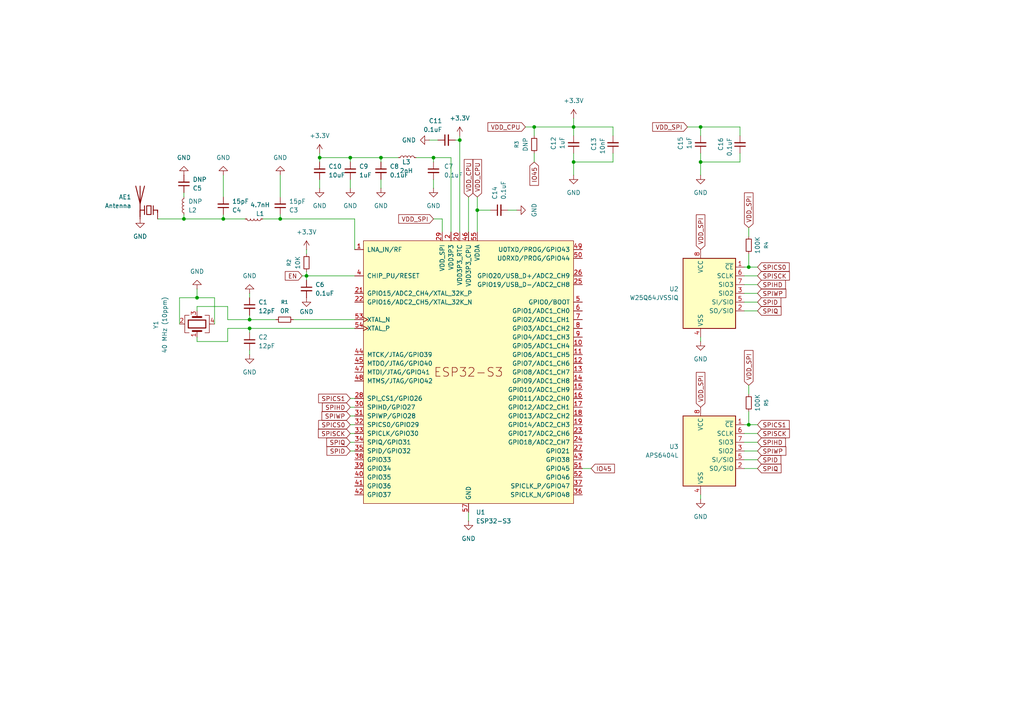
<source format=kicad_sch>
(kicad_sch (version 20250114) (generator "eeschema") (generator_version "9.0")
  (paper "A4")
  (lib_symbols
    (symbol "Device:Antenna_Chip" (pin_numbers (hide yes)) (pin_names (offset 1.016) (hide yes))
      (property "Reference" "AE" (at 0 5.08 0))
      (property "Value" "Antenna_Chip" (at 0 3.175 0))
      (symbol "Antenna_Chip_0_1"
        (polyline (pts (xy -2.54 0) (xy -2.54 -0.635)) (stroke (width 0.254)))
        (polyline (pts (xy -2.54 0) (xy -1.27 0)) (stroke (width 0.254)))
        (polyline (pts (xy -1.27 1.27) (xy -1.27 -1.27) (xy -1.27 0)) (stroke (width 0.254)))
        (polyline (pts (xy -0.635 1.27) (xy 0.635 1.27) (xy 0.635 -1.27) (xy -0.635 -1.27) (xy -0.635 1.27)) (stroke (width 0.254)))
        (polyline (pts (xy 1.27 1.27) (xy 1.27 -1.27)) (stroke (width 0.254)))
        (polyline (pts (xy 1.27 0) (xy 2.54 0)) (stroke (width 0.254)))
        (polyline (pts (xy 2.54 6.985) (xy 2.54 -1.905)) (stroke (width 0.254)))
        (polyline (pts (xy 2.54 -0.635) (xy 2.54 0)))
        (polyline (pts (xy 3.81 6.985) (xy 2.54 1.905) (xy 1.27 6.985)) (stroke (width 0.254)))
      )
      (symbol "Antenna_Chip_1_1"
        (pin input line (at -2.54 -2.54 90) (length 2.54) (name "FEED") (number "1"))
        (pin passive line (at 2.54 -2.54 90) (length 2.54) (name "PCB_Trace") (number "2"))
      )
    )
    (symbol "Device:C_Small" (pin_numbers (hide yes)) (pin_names (offset 0.254) (hide yes))
      (property "Reference" "C" (at 0.254 1.778 0))
      (property "Value" "C_Small" (at 0.254 -2.032 0))
      (symbol "C_Small_0_1"
        (polyline (pts (xy -1.524 0.508) (xy 1.524 0.508)) (stroke (width 0.3048)))
        (polyline (pts (xy -1.524 -0.508) (xy 1.524 -0.508)) (stroke (width 0.3302)))
      )
      (symbol "C_Small_1_1"
        (pin passive line (at 0 2.54 270) (length 2.032) (name "~") (number "1"))
        (pin passive line (at 0 -2.54 90) (length 2.032) (name "~") (number "2"))
      )
    )
    (symbol "Device:Crystal_GND24" (pin_names (offset 1.016) (hide yes))
      (property "Reference" "Y" (at 3.175 5.08 0))
      (property "Value" "Crystal_GND24" (at 3.175 3.175 0))
      (symbol "Crystal_GND24_0_1"
        (polyline (pts (xy -2.54 2.286) (xy -2.54 3.556) (xy 2.54 3.556) (xy 2.54 2.286)))
        (polyline (pts (xy -2.54 0) (xy -2.032 0)))
        (polyline (pts (xy -2.54 -2.286) (xy -2.54 -3.556) (xy 2.54 -3.556) (xy 2.54 -2.286)))
        (polyline (pts (xy -2.032 -1.27) (xy -2.032 1.27)) (stroke (width 0.508)))
        (rectangle (start -1.143 2.54) (end 1.143 -2.54) (stroke (width 0.3048)))
        (polyline (pts (xy 0 3.556) (xy 0 3.81)))
        (polyline (pts (xy 0 -3.81) (xy 0 -3.556)))
        (polyline (pts (xy 2.032 0) (xy 2.54 0)))
        (polyline (pts (xy 2.032 -1.27) (xy 2.032 1.27)) (stroke (width 0.508)))
      )
      (symbol "Crystal_GND24_1_1"
        (pin passive line (at -3.81 0 0) (length 1.27) (name "1") (number "1"))
        (pin passive line (at 0 5.08 270) (length 1.27) (name "2") (number "2"))
        (pin passive line (at 0 -5.08 90) (length 1.27) (name "4") (number "4"))
        (pin passive line (at 3.81 0 180) (length 1.27) (name "3") (number "3"))
      )
    )
    (symbol "Device:L_Small" (pin_numbers (hide yes)) (pin_names (offset 0.254) (hide yes))
      (property "Reference" "L" (at 0.762 1.016 0))
      (property "Value" "L_Small" (at 0.762 -1.016 0))
      (symbol "L_Small_0_1"
        (arc (start 0 2.032) (mid 0.5058 1.524) (end 0 1.016))
        (arc (start 0 1.016) (mid 0.5058 0.508) (end 0 0))
        (arc (start 0 0) (mid 0.5058 -0.508) (end 0 -1.016))
        (arc (start 0 -1.016) (mid 0.5058 -1.524) (end 0 -2.032))
      )
      (symbol "L_Small_1_1"
        (pin passive line (at 0 2.54 270) (length 0.508) (name "~") (number "1"))
        (pin passive line (at 0 -2.54 90) (length 0.508) (name "~") (number "2"))
      )
    )
    (symbol "Device:R_Small" (pin_numbers (hide yes)) (pin_names (offset 0.254) (hide yes))
      (property "Reference" "R" (at 0 0 90))
      (property "Value" "R_Small" (at 1.778 0 90))
      (symbol "R_Small_0_1"
        (rectangle (start -0.762 1.778) (end 0.762 -1.778) (stroke (width 0.2032)))
      )
      (symbol "R_Small_1_1"
        (pin passive line (at 0 2.54 270) (length 0.762) (name "~") (number "1"))
        (pin passive line (at 0 -2.54 90) (length 0.762) (name "~") (number "2"))
      )
    )
    (symbol "Memory_RAM:ESP-PSRAM32"
      (property "Reference" "U" (at 3.81 11.43 0))
      (property "Value" "ESP-PSRAM32" (at -1.27 -11.43 0))
      (symbol "ESP-PSRAM32_0_1"
        (rectangle (start -7.62 10.16) (end 7.62 -10.16) (stroke (width 0.254)) (fill (type background)))
      )
      (symbol "ESP-PSRAM32_1_1"
        (pin power_in line (at -2.54 12.7 270) (length 2.54) (name "VCC") (number "8"))
        (pin power_in line (at -2.54 -12.7 90) (length 2.54) (name "VSS") (number "4"))
        (pin input line (at 10.16 7.62 180) (length 2.54) (name "~{CE}") (number "1"))
        (pin output line (at 10.16 5.08 180) (length 2.54) (name "SCLK") (number "6"))
        (pin bidirectional line (at 10.16 2.54 180) (length 2.54) (name "SIO3") (number "7"))
        (pin bidirectional line (at 10.16 0 180) (length 2.54) (name "SIO2") (number "3"))
        (pin input line (at 10.16 -2.54 180) (length 2.54) (name "SI/SIO") (number "5"))
        (pin output line (at 10.16 -5.08 180) (length 2.54) (name "SO/SIO") (number "2"))
      )
    )
    (symbol "PCM_Espressif:ESP32-S3" (pin_names (offset 1.016))
      (property "Reference" "U" (at -30.48 43.18 0))
      (property "Value" "ESP32-S3" (at -30.48 40.64 0))
      (symbol "ESP32-S3_0_0"
        (text "ESP32-S3" (at 0 0 0) (effects (font (size 2.54 2.54))))
        (pin bidirectional line (at 33.02 -33.02 180) (length 2.54) (name "SPICLK_P/GPIO47") (number "37"))
        (pin bidirectional line (at 33.02 -35.56 180) (length 2.54) (name "SPICLK_N/GPIO48") (number "36"))
      )
      (symbol "ESP32-S3_0_1"
        (rectangle (start -30.48 38.1) (end 30.48 -38.1) (fill (type background)))
      )
      (symbol "ESP32-S3_1_1"
        (pin bidirectional line (at -33.02 35.56 0) (length 2.54) (name "LNA_IN/RF") (number "1"))
        (pin input line (at -33.02 27.94 0) (length 2.54) (name "CHIP_PU/RESET") (number "4"))
        (pin bidirectional line (at -33.02 22.86 0) (length 2.54) (name "GPIO15/ADC2_CH4/XTAL_32K_P") (number "21"))
        (pin bidirectional line (at -33.02 20.32 0) (length 2.54) (name "GPIO16/ADC2_CH5/XTAL_32K_N") (number "22"))
        (pin input clock (at -33.02 15.24 0) (length 2.54) (name "XTAL_N") (number "53"))
        (pin output clock (at -33.02 12.7 0) (length 2.54) (name "XTAL_P") (number "54"))
        (pin bidirectional line (at -33.02 5.08 0) (length 2.54) (name "MTCK/JTAG/GPIO39") (number "44"))
        (pin bidirectional line (at -33.02 2.54 0) (length 2.54) (name "MTDO/JTAG/GPIO40") (number "45"))
        (pin bidirectional line (at -33.02 0 0) (length 2.54) (name "MTDI/JTAG/GPIO41") (number "47"))
        (pin bidirectional line (at -33.02 -2.54 0) (length 2.54) (name "MTMS/JTAG/GPIO42") (number "48"))
        (pin bidirectional line (at -33.02 -7.62 0) (length 2.54) (name "SPI_CS1/GPIO26") (number "28"))
        (pin bidirectional line (at -33.02 -10.16 0) (length 2.54) (name "SPIHD/GPIO27") (number "30"))
        (pin bidirectional line (at -33.02 -12.7 0) (length 2.54) (name "SPIWP/GPIO28") (number "31"))
        (pin bidirectional line (at -33.02 -15.24 0) (length 2.54) (name "SPICS0/GPIO29") (number "32"))
        (pin bidirectional line (at -33.02 -17.78 0) (length 2.54) (name "SPICLK/GPIO30") (number "33"))
        (pin bidirectional line (at -33.02 -20.32 0) (length 2.54) (name "SPIQ/GPIO31") (number "34"))
        (pin bidirectional line (at -33.02 -22.86 0) (length 2.54) (name "SPID/GPIO32") (number "35"))
        (pin bidirectional line (at -33.02 -25.4 0) (length 2.54) (name "GPIO33") (number "38"))
        (pin bidirectional line (at -33.02 -27.94 0) (length 2.54) (name "GPIO34") (number "39"))
        (pin bidirectional line (at -33.02 -30.48 0) (length 2.54) (name "GPIO35") (number "40"))
        (pin bidirectional line (at -33.02 -33.02 0) (length 2.54) (name "GPIO36") (number "41"))
        (pin bidirectional line (at -33.02 -35.56 0) (length 2.54) (name "GPIO37") (number "42"))
        (pin power_out line (at -7.62 40.64 270) (length 2.54) (name "VDD_SPI") (number "29"))
        (pin power_in line (at -5.08 40.64 270) (length 2.54) (name "VDD3P3") (number "2"))
        (pin power_in line (at -5.08 40.64 270) (length 2.54) (hide yes) (name "VDD3P3") (number "3"))
        (pin power_in line (at -2.54 40.64 270) (length 2.54) (name "VDD3P3_RTC") (number "20"))
        (pin power_in line (at 0 40.64 270) (length 2.54) (name "VDD3P3_CPU") (number "46"))
        (pin power_in line (at 0 -40.64 90) (length 2.54) (name "GND") (number "57"))
        (pin power_in line (at 2.54 40.64 270) (length 2.54) (name "VDDA") (number "55"))
        (pin passive line (at 2.54 40.64 270) (length 2.54) (hide yes) (name "VDDA") (number "56"))
        (pin bidirectional line (at 33.02 35.56 180) (length 2.54) (name "U0TXD/PROG/GPIO43") (number "49"))
        (pin bidirectional line (at 33.02 33.02 180) (length 2.54) (name "U0RXD/PROG/GPIO44") (number "50"))
        (pin bidirectional line (at 33.02 27.94 180) (length 2.54) (name "GPIO20/USB_D+/ADC2_CH9") (number "26"))
        (pin bidirectional line (at 33.02 25.4 180) (length 2.54) (name "GPIO19/USB_D-/ADC2_CH8") (number "25"))
        (pin bidirectional line (at 33.02 20.32 180) (length 2.54) (name "GPIO0/BOOT") (number "5"))
        (pin bidirectional line (at 33.02 17.78 180) (length 2.54) (name "GPIO1/ADC1_CH0") (number "6"))
        (pin bidirectional line (at 33.02 15.24 180) (length 2.54) (name "GPIO2/ADC1_CH1") (number "7"))
        (pin bidirectional line (at 33.02 12.7 180) (length 2.54) (name "GPIO3/ADC1_CH2") (number "8"))
        (pin bidirectional line (at 33.02 10.16 180) (length 2.54) (name "GPIO4/ADC1_CH3") (number "9"))
        (pin bidirectional line (at 33.02 7.62 180) (length 2.54) (name "GPIO5/ADC1_CH4") (number "10"))
        (pin bidirectional line (at 33.02 5.08 180) (length 2.54) (name "GPIO6/ADC1_CH5") (number "11"))
        (pin bidirectional line (at 33.02 2.54 180) (length 2.54) (name "GPIO7/ADC1_CH6") (number "12"))
        (pin bidirectional line (at 33.02 0 180) (length 2.54) (name "GPIO8/ADC1_CH7") (number "13"))
        (pin bidirectional line (at 33.02 -2.54 180) (length 2.54) (name "GPIO9/ADC1_CH8") (number "14"))
        (pin bidirectional line (at 33.02 -5.08 180) (length 2.54) (name "GPIO10/ADC1_CH9") (number "15"))
        (pin bidirectional line (at 33.02 -7.62 180) (length 2.54) (name "GPIO11/ADC2_CH0") (number "16"))
        (pin bidirectional line (at 33.02 -10.16 180) (length 2.54) (name "GPIO12/ADC2_CH1") (number "17"))
        (pin bidirectional line (at 33.02 -12.7 180) (length 2.54) (name "GPIO13/ADC2_CH2") (number "18"))
        (pin bidirectional line (at 33.02 -15.24 180) (length 2.54) (name "GPIO14/ADC2_CH3") (number "19"))
        (pin bidirectional line (at 33.02 -17.78 180) (length 2.54) (name "GPIO17/ADC2_CH6") (number "23"))
        (pin bidirectional line (at 33.02 -20.32 180) (length 2.54) (name "GPIO18/ADC2_CH7") (number "24"))
        (pin bidirectional line (at 33.02 -22.86 180) (length 2.54) (name "GPIO21") (number "27"))
        (pin bidirectional line (at 33.02 -25.4 180) (length 2.54) (name "GPIO38") (number "43"))
        (pin bidirectional line (at 33.02 -27.94 180) (length 2.54) (name "GPIO45") (number "51"))
        (pin bidirectional line (at 33.02 -30.48 180) (length 2.54) (name "GPIO46") (number "52"))
      )
    )
    (symbol "power:+3.3V" (power) (pin_numbers (hide yes)) (pin_names (offset 0) (hide yes))
      (property "Value" "+3.3V" (at 0 3.556 0))
      (symbol "+3.3V_0_1"
        (polyline (pts (xy -0.762 1.27) (xy 0 2.54)))
        (polyline (pts (xy 0 2.54) (xy 0.762 1.27)))
        (polyline (pts (xy 0 0) (xy 0 2.54)))
      )
      (symbol "+3.3V_1_1"
        (pin power_in line (at 0 0 90) (length 0) (name "~") (number "1"))
      )
    )
    (symbol "power:GND" (power) (pin_numbers (hide yes)) (pin_names (offset 0) (hide yes))
      (property "Value" "GND" (at 0 -3.81 0))
      (symbol "GND_0_1"
        (polyline (pts (xy 0 0) (xy 0 -1.27) (xy 1.27 -1.27) (xy 0 -2.54) (xy -1.27 -1.27) (xy 0 -1.27)))
      )
      (symbol "GND_1_1"
        (pin power_in line (at 0 0 270) (length 0) (name "~") (number "1"))
      )
    )
  )
  (junction (at 88.9 80.01))
  (junction (at 72.39 95.25))
  (junction (at 203.2 36.83))
  (junction (at 217.17 123.19))
  (junction (at 101.6 45.72))
  (junction (at 166.37 46.99))
  (junction (at 72.39 92.71))
  (junction (at 166.37 36.83))
  (junction (at 53.34 63.5))
  (junction (at 217.17 77.47))
  (junction (at 92.71 45.72))
  (junction (at 81.28 63.5))
  (junction (at 57.15 86.36))
  (junction (at 64.77 63.5))
  (junction (at 133.35 40.64))
  (junction (at 125.73 45.72))
  (junction (at 110.49 45.72))
  (junction (at 203.2 46.99))
  (junction (at 154.94 36.83))
  (junction (at 138.43 60.96))
  (wire (pts (xy 72.39 95.25) (xy 72.39 96.52)))
  (wire (pts (xy 128.27 67.31) (xy 128.27 63.5)))
  (wire (pts (xy 101.6 130.81) (xy 102.87 130.81)))
  (wire (pts (xy 219.71 77.47) (xy 217.17 77.47)))
  (wire (pts (xy 219.71 90.17) (xy 215.9 90.17)))
  (wire (pts (xy 217.17 119.38) (xy 217.17 123.19)))
  (wire (pts (xy 92.71 52.07) (xy 92.71 54.61)))
  (wire (pts (xy 219.71 87.63) (xy 215.9 87.63)))
  (wire (pts (xy 101.6 45.72) (xy 101.6 46.99)))
  (wire (pts (xy 101.6 45.72) (xy 110.49 45.72)))
  (wire (pts (xy 81.28 62.23) (xy 81.28 63.5)))
  (wire (pts (xy 72.39 95.25) (xy 102.87 95.25)))
  (wire (pts (xy 135.89 57.15) (xy 135.89 67.31)))
  (wire (pts (xy 199.39 36.83) (xy 203.2 36.83)))
  (wire (pts (xy 87.63 80.01) (xy 88.9 80.01)))
  (wire (pts (xy 217.17 73.66) (xy 217.17 77.47)))
  (wire (pts (xy 85.09 92.71) (xy 102.87 92.71)))
  (wire (pts (xy 66.04 95.25) (xy 72.39 95.25)))
  (wire (pts (xy 154.94 36.83) (xy 166.37 36.83)))
  (wire (pts (xy 203.2 44.45) (xy 203.2 46.99)))
  (wire (pts (xy 203.2 97.79) (xy 203.2 99.06)))
  (wire (pts (xy 135.89 148.59) (xy 135.89 151.13)))
  (wire (pts (xy 64.77 57.15) (xy 64.77 50.8)))
  (wire (pts (xy 124.46 40.64) (xy 127 40.64)))
  (wire (pts (xy 130.81 67.31) (xy 130.81 45.72)))
  (wire (pts (xy 219.71 135.89) (xy 215.9 135.89)))
  (wire (pts (xy 171.45 135.89) (xy 168.91 135.89)))
  (wire (pts (xy 53.34 63.5) (xy 64.77 63.5)))
  (wire (pts (xy 125.73 52.07) (xy 125.73 54.61)))
  (wire (pts (xy 133.35 40.64) (xy 132.08 40.64)))
  (wire (pts (xy 101.6 118.11) (xy 102.87 118.11)))
  (wire (pts (xy 62.23 86.36) (xy 62.23 93.98)))
  (wire (pts (xy 203.2 46.99) (xy 203.2 50.8)))
  (wire (pts (xy 154.94 44.45) (xy 154.94 46.99)))
  (wire (pts (xy 88.9 72.39) (xy 88.9 73.66)))
  (wire (pts (xy 217.17 77.47) (xy 215.9 77.47)))
  (wire (pts (xy 214.63 46.99) (xy 214.63 44.45)))
  (wire (pts (xy 203.2 39.37) (xy 203.2 36.83)))
  (wire (pts (xy 166.37 44.45) (xy 166.37 46.99)))
  (wire (pts (xy 219.71 85.09) (xy 215.9 85.09)))
  (wire (pts (xy 203.2 143.51) (xy 203.2 144.78)))
  (wire (pts (xy 219.71 123.19) (xy 217.17 123.19)))
  (wire (pts (xy 154.94 39.37) (xy 154.94 36.83)))
  (wire (pts (xy 57.15 83.82) (xy 57.15 86.36)))
  (wire (pts (xy 52.07 93.98) (xy 52.07 86.36)))
  (wire (pts (xy 214.63 36.83) (xy 214.63 39.37)))
  (wire (pts (xy 81.28 63.5) (xy 76.2 63.5)))
  (wire (pts (xy 110.49 45.72) (xy 115.57 45.72)))
  (wire (pts (xy 128.27 63.5) (xy 125.73 63.5)))
  (wire (pts (xy 166.37 46.99) (xy 177.8 46.99)))
  (wire (pts (xy 57.15 88.9) (xy 66.04 88.9)))
  (wire (pts (xy 101.6 128.27) (xy 102.87 128.27)))
  (wire (pts (xy 101.6 115.57) (xy 102.87 115.57)))
  (wire (pts (xy 72.39 85.09) (xy 72.39 86.36)))
  (wire (pts (xy 81.28 57.15) (xy 81.28 50.8)))
  (wire (pts (xy 57.15 99.06) (xy 66.04 99.06)))
  (wire (pts (xy 133.35 67.31) (xy 133.35 40.64)))
  (wire (pts (xy 177.8 46.99) (xy 177.8 44.45)))
  (wire (pts (xy 138.43 60.96) (xy 138.43 57.15)))
  (wire (pts (xy 166.37 46.99) (xy 166.37 50.8)))
  (wire (pts (xy 72.39 101.6) (xy 72.39 102.87)))
  (wire (pts (xy 217.17 123.19) (xy 215.9 123.19)))
  (wire (pts (xy 102.87 63.5) (xy 102.87 72.39)))
  (wire (pts (xy 166.37 36.83) (xy 177.8 36.83)))
  (wire (pts (xy 217.17 66.04) (xy 217.17 68.58)))
  (wire (pts (xy 66.04 92.71) (xy 72.39 92.71)))
  (wire (pts (xy 101.6 125.73) (xy 102.87 125.73)))
  (wire (pts (xy 133.35 39.37) (xy 133.35 40.64)))
  (wire (pts (xy 110.49 46.99) (xy 110.49 45.72)))
  (wire (pts (xy 45.72 63.5) (xy 53.34 63.5)))
  (wire (pts (xy 152.4 36.83) (xy 154.94 36.83)))
  (wire (pts (xy 66.04 99.06) (xy 66.04 95.25)))
  (wire (pts (xy 219.71 128.27) (xy 215.9 128.27)))
  (wire (pts (xy 101.6 120.65) (xy 102.87 120.65)))
  (wire (pts (xy 217.17 111.76) (xy 217.17 114.3)))
  (wire (pts (xy 66.04 88.9) (xy 66.04 92.71)))
  (wire (pts (xy 64.77 62.23) (xy 64.77 63.5)))
  (wire (pts (xy 57.15 88.9) (xy 57.15 90.17)))
  (wire (pts (xy 142.24 60.96) (xy 138.43 60.96)))
  (wire (pts (xy 203.2 36.83) (xy 214.63 36.83)))
  (wire (pts (xy 57.15 99.06) (xy 57.15 97.79)))
  (wire (pts (xy 203.2 46.99) (xy 214.63 46.99)))
  (wire (pts (xy 101.6 52.07) (xy 101.6 54.61)))
  (wire (pts (xy 53.34 57.15) (xy 53.34 55.88)))
  (wire (pts (xy 72.39 92.71) (xy 72.39 91.44)))
  (wire (pts (xy 177.8 36.83) (xy 177.8 39.37)))
  (wire (pts (xy 219.71 125.73) (xy 215.9 125.73)))
  (wire (pts (xy 219.71 130.81) (xy 215.9 130.81)))
  (wire (pts (xy 166.37 39.37) (xy 166.37 36.83)))
  (wire (pts (xy 219.71 82.55) (xy 215.9 82.55)))
  (wire (pts (xy 88.9 78.74) (xy 88.9 80.01)))
  (wire (pts (xy 125.73 45.72) (xy 125.73 46.99)))
  (wire (pts (xy 101.6 123.19) (xy 102.87 123.19)))
  (wire (pts (xy 57.15 86.36) (xy 62.23 86.36)))
  (wire (pts (xy 92.71 44.45) (xy 92.71 45.72)))
  (wire (pts (xy 81.28 63.5) (xy 102.87 63.5)))
  (wire (pts (xy 147.32 60.96) (xy 149.86 60.96)))
  (wire (pts (xy 130.81 45.72) (xy 125.73 45.72)))
  (wire (pts (xy 219.71 80.01) (xy 215.9 80.01)))
  (wire (pts (xy 53.34 62.23) (xy 53.34 63.5)))
  (wire (pts (xy 120.65 45.72) (xy 125.73 45.72)))
  (wire (pts (xy 110.49 52.07) (xy 110.49 54.61)))
  (wire (pts (xy 138.43 60.96) (xy 138.43 67.31)))
  (wire (pts (xy 219.71 133.35) (xy 215.9 133.35)))
  (wire (pts (xy 88.9 80.01) (xy 102.87 80.01)))
  (wire (pts (xy 72.39 92.71) (xy 80.01 92.71)))
  (wire (pts (xy 88.9 80.01) (xy 88.9 81.28)))
  (wire (pts (xy 92.71 46.99) (xy 92.71 45.72)))
  (wire (pts (xy 52.07 86.36) (xy 57.15 86.36)))
  (wire (pts (xy 166.37 34.29) (xy 166.37 36.83)))
  (wire (pts (xy 64.77 63.5) (xy 71.12 63.5)))
  (wire (pts (xy 92.71 45.72) (xy 101.6 45.72)))
  (global_label "SPISCK" (shape input) (at 219.71 80.01 0) (property "Intersheetrefs" "${INTERSHEET_REFS}" (effects (hide yes))))
  (global_label "SPID" (shape input) (at 219.71 133.35 0) (property "Intersheetrefs" "${INTERSHEET_REFS}" (effects (hide yes))))
  (global_label "SPISCK" (shape input) (at 219.71 125.73 0) (property "Intersheetrefs" "${INTERSHEET_REFS}" (effects (hide yes))))
  (global_label "VDD_SPI" (shape input) (at 217.17 111.76 90) (property "Intersheetrefs" "${INTERSHEET_REFS}" (effects (hide yes))))
  (global_label "VDD_CPU" (shape input) (at 152.4 36.83 180) (property "Intersheetrefs" "${INTERSHEET_REFS}" (effects (hide yes))))
  (global_label "SPICS0" (shape input) (at 219.71 77.47 0) (property "Intersheetrefs" "${INTERSHEET_REFS}" (effects (hide yes))))
  (global_label "VDD_SPI" (shape input) (at 203.2 72.39 90) (property "Intersheetrefs" "${INTERSHEET_REFS}" (effects (hide yes))))
  (global_label "VDD_SPI" (shape input) (at 217.17 66.04 90) (property "Intersheetrefs" "${INTERSHEET_REFS}" (effects (hide yes))))
  (global_label "SPIQ" (shape input) (at 219.71 90.17 0) (property "Intersheetrefs" "${INTERSHEET_REFS}" (effects (hide yes))))
  (global_label "SPIHD" (shape input) (at 219.71 82.55 0) (property "Intersheetrefs" "${INTERSHEET_REFS}" (effects (hide yes))))
  (global_label "SPIQ" (shape input) (at 101.6 128.27 180) (property "Intersheetrefs" "${INTERSHEET_REFS}" (effects (hide yes))))
  (global_label "SPIWP" (shape input) (at 219.71 85.09 0) (property "Intersheetrefs" "${INTERSHEET_REFS}" (effects (hide yes))))
  (global_label "VDD_SPI" (shape input) (at 199.39 36.83 180) (property "Intersheetrefs" "${INTERSHEET_REFS}" (effects (hide yes))))
  (global_label "SPID" (shape input) (at 101.6 130.81 180) (property "Intersheetrefs" "${INTERSHEET_REFS}" (effects (hide yes))))
  (global_label "SPIHD" (shape input) (at 219.71 128.27 0) (property "Intersheetrefs" "${INTERSHEET_REFS}" (effects (hide yes))))
  (global_label "SPICS1" (shape input) (at 101.6 115.57 180) (property "Intersheetrefs" "${INTERSHEET_REFS}" (effects (hide yes))))
  (global_label "VDD_SPI" (shape input) (at 203.2 118.11 90) (property "Intersheetrefs" "${INTERSHEET_REFS}" (effects (hide yes))))
  (global_label "SPID" (shape input) (at 219.71 87.63 0) (property "Intersheetrefs" "${INTERSHEET_REFS}" (effects (hide yes))))
  (global_label "VDD_CPU" (shape input) (at 138.43 57.15 90) (property "Intersheetrefs" "${INTERSHEET_REFS}" (effects (hide yes))))
  (global_label "VDD_SPI" (shape input) (at 125.73 63.5 180) (property "Intersheetrefs" "${INTERSHEET_REFS}" (effects (hide yes))))
  (global_label "SPICS0" (shape input) (at 101.6 123.19 180) (property "Intersheetrefs" "${INTERSHEET_REFS}" (effects (hide yes))))
  (global_label "EN" (shape input) (at 87.63 80.01 180) (property "Intersheetrefs" "${INTERSHEET_REFS}" (effects (hide yes))))
  (global_label "SPISCK" (shape input) (at 101.6 125.73 180) (property "Intersheetrefs" "${INTERSHEET_REFS}" (effects (hide yes))))
  (global_label "SPIQ" (shape input) (at 219.71 135.89 0) (property "Intersheetrefs" "${INTERSHEET_REFS}" (effects (hide yes))))
  (global_label "IO45" (shape input) (at 171.45 135.89 0) (property "Intersheetrefs" "${INTERSHEET_REFS}" (effects (hide yes))))
  (global_label "SPICS1" (shape input) (at 219.71 123.19 0) (property "Intersheetrefs" "${INTERSHEET_REFS}" (effects (hide yes))))
  (global_label "SPIWP" (shape input) (at 101.6 120.65 180) (property "Intersheetrefs" "${INTERSHEET_REFS}" (effects (hide yes))))
  (global_label "SPIHD" (shape input) (at 101.6 118.11 180) (property "Intersheetrefs" "${INTERSHEET_REFS}" (effects (hide yes))))
  (global_label "IO45" (shape input) (at 154.94 46.99 270) (property "Intersheetrefs" "${INTERSHEET_REFS}" (effects (hide yes))))
  (global_label "SPIWP" (shape input) (at 219.71 130.81 0) (property "Intersheetrefs" "${INTERSHEET_REFS}" (effects (hide yes))))
  (global_label "VDD_CPU" (shape input) (at 135.89 57.15 90) (property "Intersheetrefs" "${INTERSHEET_REFS}" (effects (hide yes))))
  (symbol (lib_id "Device:C_Small") (at 203.2 41.91 0) (mirror x) (unit 1)
    (property "Reference" "C15" (at 197.358 39.624 90) (effects (justify left)))
    (property "Value" "1uF" (at 199.898 39.624 90) (effects (justify left)))
    (property "Footprint" "Capacitor_SMD:C_0603_1608Metric" (effects (hide yes)))
    (property "Description" "Unpolarized capacitor, small symbol" (effects (hide yes)))
  )
  (symbol (lib_id "Device:C_Small") (at 166.37 41.91 0) (mirror x) (unit 1)
    (property "Reference" "C12" (at 160.528 39.624 90) (effects (justify left)))
    (property "Value" "1uF" (at 163.068 39.624 90) (effects (justify left)))
    (property "Footprint" "Capacitor_SMD:C_0603_1608Metric" (effects (hide yes)))
    (property "Description" "Unpolarized capacitor, small symbol" (effects (hide yes)))
  )
  (symbol (lib_id "Device:R_Small") (at 154.94 41.91 180) (unit 1)
    (property "Reference" "R3" (at 149.86 41.91 90) (effects (font (size 1.016 1.016))))
    (property "Value" "DNP" (at 152.4 41.91 90))
    (property "Footprint" "Resistor_SMD:R_0603_1608Metric" (effects (hide yes)))
    (property "Description" "Resistor, small symbol" (effects (hide yes)))
  )
  (symbol (lib_id "Device:C_Small") (at 92.71 49.53 0) (mirror y) (unit 1)
    (property "Reference" "C10" (at 95.25 48.2662 0) (effects (justify right)))
    (property "Value" "10uF" (at 95.25 50.8062 0) (effects (justify right)))
    (property "Footprint" "Capacitor_SMD:C_0603_1608Metric" (effects (hide yes)))
    (property "Description" "Unpolarized capacitor, small symbol" (effects (hide yes)))
  )
  (symbol (lib_id "Memory_RAM:ESP-PSRAM32") (at 205.74 85.09 0) (unit 1)
    (property "Reference" "U2" (at 196.85 83.8199 0) (effects (justify right)))
    (property "Value" "W25Q64JVSSIQ" (at 196.85 86.3599 0) (effects (justify right)))
    (property "Footprint" "Package_SO:SOP-8_3.9x4.9mm_P1.27mm" (effects (hide yes)))
  )
  (symbol (lib_id "power:GND") (at 101.6 54.61 0) (mirror y) (unit 1)
    (property "Reference" "#PWR013" (effects (hide yes)))
    (property "Value" "GND" (at 101.6 59.69 0))
    (property "Description" "Power symbol creates a global label with name \"GND\" , ground" (effects (hide yes)))
  )
  (symbol (lib_id "power:GND") (at 166.37 50.8 0) (mirror y) (unit 1)
    (property "Reference" "#PWR019" (effects (hide yes)))
    (property "Value" "GND" (at 166.37 55.88 0))
    (property "Description" "Power symbol creates a global label with name \"GND\" , ground" (effects (hide yes)))
  )
  (symbol (lib_id "Device:C_Small") (at 72.39 99.06 0) (unit 1)
    (property "Reference" "C2" (at 74.93 97.7962 0) (effects (justify left)))
    (property "Value" "12pF" (at 74.93 100.3362 0) (effects (justify left)))
    (property "Footprint" "Capacitor_SMD:C_0603_1608Metric" (effects (hide yes)))
    (property "Description" "Unpolarized capacitor, small symbol" (effects (hide yes)))
  )
  (symbol (lib_id "Device:L_Small") (at 73.66 63.5 90) (mirror x) (unit 1)
    (property "Reference" "L1" (at 75.438 61.976 90))
    (property "Value" "4.7nH" (at 75.438 59.436 90))
    (property "Footprint" "Inductor_SMD:L_0805_2012Metric" (effects (hide yes)))
    (property "Description" "Inductor, small symbol" (effects (hide yes)))
  )
  (symbol (lib_id "power:GND") (at 135.89 151.13 0) (unit 1)
    (property "Reference" "#PWR04" (effects (hide yes)))
    (property "Value" "GND" (at 135.89 156.21 0))
    (property "Description" "Power symbol creates a global label with name \"GND\" , ground" (effects (hide yes)))
  )
  (symbol (lib_id "Device:C_Small") (at 53.34 53.34 0) (mirror x) (unit 1)
    (property "Reference" "C5" (at 55.88 54.6038 0) (effects (justify left)))
    (property "Value" "DNP" (at 55.88 52.0638 0) (effects (justify left)))
    (property "Footprint" "Capacitor_SMD:C_0603_1608Metric" (effects (hide yes)))
    (property "Description" "Unpolarized capacitor, small symbol" (effects (hide yes)))
  )
  (symbol (lib_id "Device:C_Small") (at 125.73 49.53 0) (mirror y) (unit 1)
    (property "Reference" "C7" (at 128.778 48.26 0) (effects (justify right)))
    (property "Value" "0.1uF" (at 128.778 50.8 0) (effects (justify right)))
    (property "Footprint" "Capacitor_SMD:C_0603_1608Metric" (effects (hide yes)))
    (property "Description" "Unpolarized capacitor, small symbol" (effects (hide yes)))
  )
  (symbol (lib_id "Device:C_Small") (at 110.49 49.53 0) (mirror y) (unit 1)
    (property "Reference" "C8" (at 113.03 48.2662 0) (effects (justify right)))
    (property "Value" "0.1uF" (at 113.03 50.8062 0) (effects (justify right)))
    (property "Footprint" "Capacitor_SMD:C_0603_1608Metric" (effects (hide yes)))
    (property "Description" "Unpolarized capacitor, small symbol" (effects (hide yes)))
  )
  (symbol (lib_id "Device:R_Small") (at 88.9 76.2 180) (unit 1)
    (property "Reference" "R2" (at 83.82 76.2 90) (effects (font (size 1.016 1.016))))
    (property "Value" "10K" (at 86.36 76.2 90))
    (property "Footprint" "Resistor_SMD:R_0603_1608Metric" (effects (hide yes)))
    (property "Description" "Resistor, small symbol" (effects (hide yes)))
  )
  (symbol (lib_id "power:GND") (at 72.39 102.87 0) (unit 1)
    (property "Reference" "#PWR02" (effects (hide yes)))
    (property "Value" "GND" (at 72.39 107.95 0))
    (property "Description" "Power symbol creates a global label with name \"GND\" , ground" (effects (hide yes)))
  )
  (symbol (lib_id "Device:C_Small") (at 214.63 41.91 0) (mirror x) (unit 1)
    (property "Reference" "C16" (at 209.042 39.878 90) (effects (justify left)))
    (property "Value" "0.1uF" (at 211.582 39.878 90) (effects (justify left)))
    (property "Footprint" "Capacitor_SMD:C_0603_1608Metric" (effects (hide yes)))
    (property "Description" "Unpolarized capacitor, small symbol" (effects (hide yes)))
  )
  (symbol (lib_id "power:+3.3V") (at 166.37 34.29 0) (unit 1)
    (property "Reference" "#PWR018" (effects (hide yes)))
    (property "Value" "+3.3V" (at 166.37 29.21 0))
    (property "Description" "Power symbol creates a global label with name \"+3.3V\"" (effects (hide yes)))
  )
  (symbol (lib_id "power:GND") (at 124.46 40.64 270) (mirror x) (unit 1)
    (property "Reference" "#PWR016" (effects (hide yes)))
    (property "Value" "GND" (at 120.65 40.6399 90) (effects (justify right)))
    (property "Description" "Power symbol creates a global label with name \"GND\" , ground" (effects (hide yes)))
  )
  (symbol (lib_id "power:GND") (at 149.86 60.96 90) (mirror x) (unit 1)
    (property "Reference" "#PWR020" (effects (hide yes)))
    (property "Value" "GND" (at 154.94 60.96 0))
    (property "Description" "Power symbol creates a global label with name \"GND\" , ground" (effects (hide yes)))
  )
  (symbol (lib_id "Device:C_Small") (at 129.54 40.64 90) (mirror x) (unit 1)
    (property "Reference" "C11" (at 128.27 35.052 90) (effects (justify left)))
    (property "Value" "0.1uF" (at 128.27 37.592 90) (effects (justify left)))
    (property "Footprint" "Capacitor_SMD:C_0603_1608Metric" (effects (hide yes)))
    (property "Description" "Unpolarized capacitor, small symbol" (effects (hide yes)))
  )
  (symbol (lib_id "Device:R_Small") (at 217.17 71.12 0) (unit 1)
    (property "Reference" "R4" (at 222.25 71.12 90) (effects (font (size 1.016 1.016))))
    (property "Value" "100K" (at 219.71 71.12 90))
    (property "Footprint" "Resistor_SMD:R_0603_1608Metric" (effects (hide yes)))
    (property "Description" "Resistor, small symbol" (effects (hide yes)))
  )
  (symbol (lib_id "power:GND") (at 53.34 50.8 0) (mirror x) (unit 1)
    (property "Reference" "#PWR07" (effects (hide yes)))
    (property "Value" "GND" (at 53.34 45.72 0))
    (property "Description" "Power symbol creates a global label with name \"GND\" , ground" (effects (hide yes)))
  )
  (symbol (lib_id "power:+3.3V") (at 133.35 39.37 0) (unit 1)
    (property "Reference" "#PWR017" (effects (hide yes)))
    (property "Value" "+3.3V" (at 133.35 34.29 0))
    (property "Description" "Power symbol creates a global label with name \"+3.3V\"" (effects (hide yes)))
  )
  (symbol (lib_id "Device:L_Small") (at 118.11 45.72 270) (mirror x) (unit 1)
    (property "Reference" "L3" (at 117.856 46.99 90))
    (property "Value" "2nH" (at 117.856 49.53 90))
    (property "Footprint" "Inductor_SMD:L_0805_2012Metric" (effects (hide yes)))
    (property "Description" "Inductor, small symbol" (effects (hide yes)))
  )
  (symbol (lib_id "Device:C_Small") (at 64.77 59.69 0) (mirror x) (unit 1)
    (property "Reference" "C4" (at 67.31 60.9538 0) (effects (justify left)))
    (property "Value" "15pF" (at 67.31 58.4138 0) (effects (justify left)))
    (property "Footprint" "Capacitor_SMD:C_0603_1608Metric" (effects (hide yes)))
    (property "Description" "Unpolarized capacitor, small symbol" (effects (hide yes)))
  )
  (symbol (lib_id "Device:Antenna_Chip") (at 43.18 60.96 0) (mirror y) (unit 1)
    (property "Reference" "AE1" (at 38.1 57.1499 0) (effects (justify left)))
    (property "Value" "Antenna" (at 38.1 59.6899 0) (effects (justify left)))
    (property "Footprint" "RF_Antenna:Texas_SWRA117D_2.4GHz_Left" (effects (hide yes)))
    (property "Description" "Ceramic chip antenna with pin for PCB trace" (effects (hide yes)))
  )
  (symbol (lib_id "power:GND") (at 81.28 50.8 0) (mirror x) (unit 1)
    (property "Reference" "#PWR06" (effects (hide yes)))
    (property "Value" "GND" (at 81.28 45.72 0))
    (property "Description" "Power symbol creates a global label with name \"GND\" , ground" (effects (hide yes)))
  )
  (symbol (lib_id "Device:Crystal_GND24") (at 57.15 93.98 90) (unit 1)
    (property "Reference" "Y1" (at 45.212 94.234 0))
    (property "Value" "40 MHz (10ppm)" (at 47.752 94.234 0))
    (property "Footprint" "Crystal:Crystal_SMD_3225-4Pin_3.2x2.5mm" (effects (hide yes)))
    (property "Description" "Four pin crystal, GND on pins 2 and 4" (effects (hide yes)))
  )
  (symbol (lib_id "power:GND") (at 110.49 54.61 0) (mirror y) (unit 1)
    (property "Reference" "#PWR014" (effects (hide yes)))
    (property "Value" "GND" (at 110.49 59.69 0))
    (property "Description" "Power symbol creates a global label with name \"GND\" , ground" (effects (hide yes)))
  )
  (symbol (lib_id "power:GND") (at 203.2 99.06 0) (unit 1)
    (property "Reference" "#PWR021" (effects (hide yes)))
    (property "Value" "GND" (at 203.2 104.14 0))
    (property "Description" "Power symbol creates a global label with name \"GND\" , ground" (effects (hide yes)))
  )
  (symbol (lib_id "Device:C_Small") (at 101.6 49.53 0) (mirror y) (unit 1)
    (property "Reference" "C9" (at 104.14 48.2662 0) (effects (justify right)))
    (property "Value" "1uF" (at 104.14 50.8062 0) (effects (justify right)))
    (property "Footprint" "Capacitor_SMD:C_0603_1608Metric" (effects (hide yes)))
    (property "Description" "Unpolarized capacitor, small symbol" (effects (hide yes)))
  )
  (symbol (lib_id "power:+3.3V") (at 92.71 44.45 0) (unit 1)
    (property "Reference" "#PWR011" (effects (hide yes)))
    (property "Value" "+3.3V" (at 92.71 39.37 0))
    (property "Description" "Power symbol creates a global label with name \"+3.3V\"" (effects (hide yes)))
  )
  (symbol (lib_id "power:GND") (at 203.2 144.78 0) (unit 1)
    (property "Reference" "#PWR023" (effects (hide yes)))
    (property "Value" "GND" (at 203.2 149.86 0))
    (property "Description" "Power symbol creates a global label with name \"GND\" , ground" (effects (hide yes)))
  )
  (symbol (lib_id "Device:R_Small") (at 217.17 116.84 0) (unit 1)
    (property "Reference" "R5" (at 222.25 116.84 90) (effects (font (size 1.016 1.016))))
    (property "Value" "100K" (at 219.71 116.84 90))
    (property "Footprint" "Resistor_SMD:R_0603_1608Metric" (effects (hide yes)))
    (property "Description" "Resistor, small symbol" (effects (hide yes)))
  )
  (symbol (lib_id "Device:C_Small") (at 88.9 83.82 0) (unit 1)
    (property "Reference" "C6" (at 91.44 82.5562 0) (effects (justify left)))
    (property "Value" "0.1uF" (at 91.44 85.0962 0) (effects (justify left)))
    (property "Footprint" "Capacitor_SMD:C_0603_1608Metric" (effects (hide yes)))
    (property "Description" "Unpolarized capacitor, small symbol" (effects (hide yes)))
  )
  (symbol (lib_id "Device:R_Small") (at 82.55 92.71 90) (unit 1)
    (property "Reference" "R1" (at 82.55 87.63 90) (effects (font (size 1.016 1.016))))
    (property "Value" "0R" (at 82.55 90.17 90))
    (property "Footprint" "Resistor_SMD:R_0603_1608Metric" (effects (hide yes)))
    (property "Description" "Resistor, small symbol" (effects (hide yes)))
  )
  (symbol (lib_id "Device:C_Small") (at 81.28 59.69 0) (mirror x) (unit 1)
    (property "Reference" "C3" (at 83.82 60.9538 0) (effects (justify left)))
    (property "Value" "15pF" (at 83.82 58.4138 0) (effects (justify left)))
    (property "Footprint" "Capacitor_SMD:C_0603_1608Metric" (effects (hide yes)))
    (property "Description" "Unpolarized capacitor, small symbol" (effects (hide yes)))
  )
  (symbol (lib_id "power:GND") (at 125.73 54.61 0) (mirror y) (unit 1)
    (property "Reference" "#PWR015" (effects (hide yes)))
    (property "Value" "GND" (at 125.73 59.69 0))
    (property "Description" "Power symbol creates a global label with name \"GND\" , ground" (effects (hide yes)))
  )
  (symbol (lib_id "power:+3.3V") (at 88.9 72.39 0) (unit 1)
    (property "Reference" "#PWR09" (effects (hide yes)))
    (property "Value" "+3.3V" (at 88.9 67.31 0))
    (property "Description" "Power symbol creates a global label with name \"+3.3V\"" (effects (hide yes)))
  )
  (symbol (lib_id "Device:C_Small") (at 144.78 60.96 90) (mirror x) (unit 1)
    (property "Reference" "C14" (at 143.51 57.912 0) (effects (justify right)))
    (property "Value" "0.1uF" (at 146.05 57.912 0) (effects (justify right)))
    (property "Footprint" "Capacitor_SMD:C_0603_1608Metric" (effects (hide yes)))
    (property "Description" "Unpolarized capacitor, small symbol" (effects (hide yes)))
  )
  (symbol (lib_id "power:GND") (at 57.15 83.82 180) (unit 1)
    (property "Reference" "#PWR03" (effects (hide yes)))
    (property "Value" "GND" (at 57.15 78.74 0))
    (property "Description" "Power symbol creates a global label with name \"GND\" , ground" (effects (hide yes)))
  )
  (symbol (lib_id "power:GND") (at 64.77 50.8 0) (mirror x) (unit 1)
    (property "Reference" "#PWR05" (effects (hide yes)))
    (property "Value" "GND" (at 64.77 45.72 0))
    (property "Description" "Power symbol creates a global label with name \"GND\" , ground" (effects (hide yes)))
  )
  (symbol (lib_id "Device:C_Small") (at 177.8 41.91 0) (mirror x) (unit 1)
    (property "Reference" "C13" (at 172.212 39.878 90) (effects (justify left)))
    (property "Value" "10nF" (at 174.752 39.878 90) (effects (justify left)))
    (property "Footprint" "Capacitor_SMD:C_0603_1608Metric" (effects (hide yes)))
    (property "Description" "Unpolarized capacitor, small symbol" (effects (hide yes)))
  )
  (symbol (lib_id "PCM_Espressif:ESP32-S3") (at 135.89 107.95 0) (unit 1)
    (property "Reference" "U1" (at 138.0333 148.59 0) (effects (justify left)))
    (property "Value" "ESP32-S3" (at 138.0333 151.13 0) (effects (justify left)))
    (property "Footprint" "Package_DFN_QFN:QFN-56-1EP_7x7mm_P0.4mm_EP5.6x5.6mm" (effects (hide yes)))
    (property "Datasheet" "https://www.espressif.com/sites/default/files/documentation/esp32-s3_datasheet_en.pdf" (effects (hide yes)))
    (property "Description" "ESP32-S3 is a low-power MCU-based system-on-chip (SoC) that supports 2.4 GHz Wi-Fi and Bluetooth® Low Energy (Bluetooth LE). It consists of high-performance dual-core microprocessor (Xtensa® 32-bit LX7), a low power coprocessor, a Wi-Fi baseband, a Bluetooth LE baseband, RF module, and peripherals." (effects (hide yes)))
  )
  (symbol (lib_id "power:GND") (at 88.9 86.36 0) (unit 1)
    (property "Reference" "#PWR010" (effects (hide yes)))
    (property "Value" "GND" (at 88.9 90.424 0))
    (property "Description" "Power symbol creates a global label with name \"GND\" , ground" (effects (hide yes)))
  )
  (symbol (lib_id "power:GND") (at 40.64 63.5 0) (mirror y) (unit 1)
    (property "Reference" "#PWR08" (effects (hide yes)))
    (property "Value" "GND" (at 40.64 68.58 0))
    (property "Description" "Power symbol creates a global label with name \"GND\" , ground" (effects (hide yes)))
  )
  (symbol (lib_id "Device:L_Small") (at 53.34 59.69 0) (mirror y) (unit 1)
    (property "Reference" "L2" (at 54.61 60.9601 0) (effects (justify right)))
    (property "Value" "DNP" (at 54.61 58.4201 0) (effects (justify right)))
    (property "Footprint" "Inductor_SMD:L_0805_2012Metric" (effects (hide yes)))
    (property "Description" "Inductor, small symbol" (effects (hide yes)))
  )
  (symbol (lib_id "power:GND") (at 92.71 54.61 0) (mirror y) (unit 1)
    (property "Reference" "#PWR012" (effects (hide yes)))
    (property "Value" "GND" (at 92.71 59.69 0))
    (property "Description" "Power symbol creates a global label with name \"GND\" , ground" (effects (hide yes)))
  )
  (symbol (lib_id "Device:C_Small") (at 72.39 88.9 0) (unit 1)
    (property "Reference" "C1" (at 74.93 87.6362 0) (effects (justify left)))
    (property "Value" "12pF" (at 74.93 90.1762 0) (effects (justify left)))
    (property "Footprint" "Capacitor_SMD:C_0603_1608Metric" (effects (hide yes)))
    (property "Description" "Unpolarized capacitor, small symbol" (effects (hide yes)))
  )
  (symbol (lib_id "power:GND") (at 72.39 85.09 180) (unit 1)
    (property "Reference" "#PWR01" (effects (hide yes)))
    (property "Value" "GND" (at 72.39 80.01 0))
    (property "Description" "Power symbol creates a global label with name \"GND\" , ground" (effects (hide yes)))
  )
  (symbol (lib_id "power:GND") (at 203.2 50.8 0) (mirror y) (unit 1)
    (property "Reference" "#PWR022" (effects (hide yes)))
    (property "Value" "GND" (at 203.2 55.88 0))
    (property "Description" "Power symbol creates a global label with name \"GND\" , ground" (effects (hide yes)))
  )
  (symbol (lib_id "Memory_RAM:ESP-PSRAM32") (at 205.74 130.81 0) (unit 1)
    (property "Reference" "U3" (at 196.85 129.5399 0) (effects (justify right)))
    (property "Value" "APS6404L" (at 196.85 132.0799 0) (effects (justify right)))
    (property "Footprint" "Package_SO:SOP-8_3.9x4.9mm_P1.27mm" (effects (hide yes)))
  )
)
</source>
